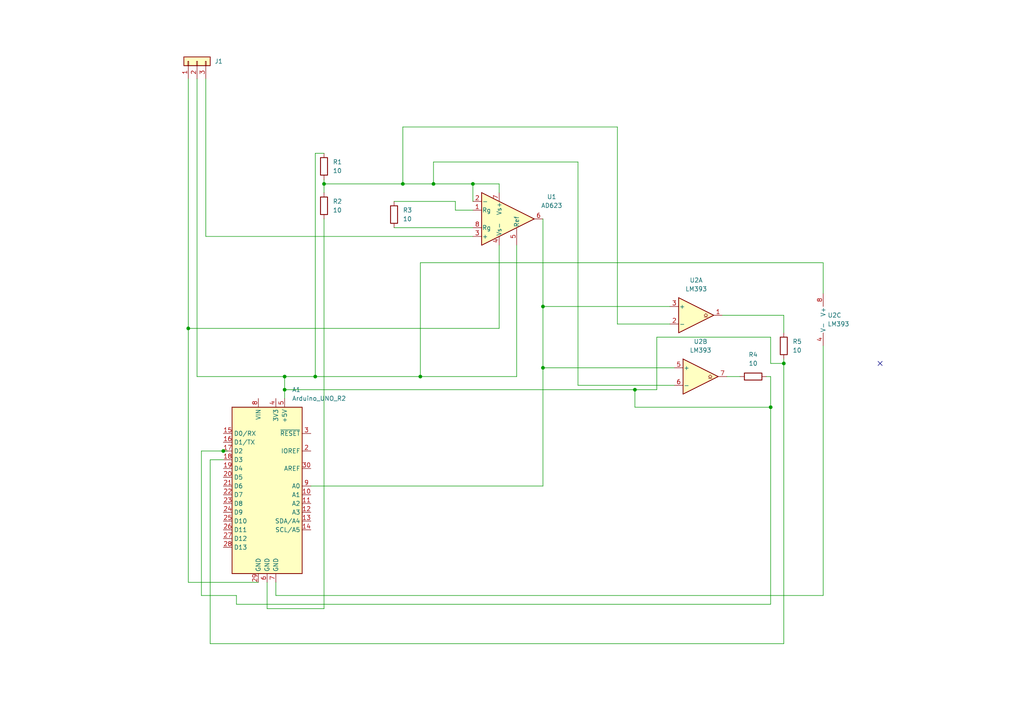
<source format=kicad_sch>
(kicad_sch
	(version 20250114)
	(generator "eeschema")
	(generator_version "9.0")
	(uuid "7fb6416d-951d-496c-831c-6b9a85a8677e")
	(paper "A4")
	(lib_symbols
		(symbol "Amplifier_Instrumentation:AD623"
			(pin_names
				(offset 0.127)
			)
			(exclude_from_sim no)
			(in_bom yes)
			(on_board yes)
			(property "Reference" "U"
				(at 3.81 7.62 0)
				(effects
					(font
						(size 1.27 1.27)
					)
				)
			)
			(property "Value" "AD623"
				(at 5.08 5.08 0)
				(effects
					(font
						(size 1.27 1.27)
					)
				)
			)
			(property "Footprint" ""
				(at 0 0 0)
				(effects
					(font
						(size 1.27 1.27)
					)
					(hide yes)
				)
			)
			(property "Datasheet" "https://www.analog.com/media/en/technical-documentation/data-sheets/AD623.pdf"
				(at 0 0 0)
				(effects
					(font
						(size 1.27 1.27)
					)
					(hide yes)
				)
			)
			(property "Description" "Single Rail-to-Rail, Low Cost Instrumentation Amplifier, DIP-8/SOIC-8/MSOP-8"
				(at 0 0 0)
				(effects
					(font
						(size 1.27 1.27)
					)
					(hide yes)
				)
			)
			(property "ki_keywords" "single instumentation amplifier"
				(at 0 0 0)
				(effects
					(font
						(size 1.27 1.27)
					)
					(hide yes)
				)
			)
			(property "ki_fp_filters" "SOIC*P1.27mm* DIP*W7.62mm*"
				(at 0 0 0)
				(effects
					(font
						(size 1.27 1.27)
					)
					(hide yes)
				)
			)
			(symbol "AD623_0_1"
				(polyline
					(pts
						(xy -7.62 7.62) (xy -7.62 -7.62) (xy 7.62 0) (xy -7.62 7.62)
					)
					(stroke
						(width 0.254)
						(type default)
					)
					(fill
						(type background)
					)
				)
			)
			(symbol "AD623_1_1"
				(pin input line
					(at -10.16 5.08 0)
					(length 2.54)
					(name "-"
						(effects
							(font
								(size 1.27 1.27)
							)
						)
					)
					(number "2"
						(effects
							(font
								(size 1.27 1.27)
							)
						)
					)
				)
				(pin passive line
					(at -10.16 2.54 0)
					(length 2.54)
					(name "Rg"
						(effects
							(font
								(size 1.27 1.27)
							)
						)
					)
					(number "1"
						(effects
							(font
								(size 1.27 1.27)
							)
						)
					)
				)
				(pin passive line
					(at -10.16 -2.54 0)
					(length 2.54)
					(name "Rg"
						(effects
							(font
								(size 1.27 1.27)
							)
						)
					)
					(number "8"
						(effects
							(font
								(size 1.27 1.27)
							)
						)
					)
				)
				(pin input line
					(at -10.16 -5.08 0)
					(length 2.54)
					(name "+"
						(effects
							(font
								(size 1.27 1.27)
							)
						)
					)
					(number "3"
						(effects
							(font
								(size 1.27 1.27)
							)
						)
					)
				)
				(pin power_in line
					(at -2.54 7.62 270)
					(length 2.54)
					(name "Vs+"
						(effects
							(font
								(size 1.27 1.27)
							)
						)
					)
					(number "7"
						(effects
							(font
								(size 1.27 1.27)
							)
						)
					)
				)
				(pin power_in line
					(at -2.54 -7.62 90)
					(length 2.54)
					(name "Vs-"
						(effects
							(font
								(size 1.27 1.27)
							)
						)
					)
					(number "4"
						(effects
							(font
								(size 1.27 1.27)
							)
						)
					)
				)
				(pin passive line
					(at 2.54 -7.62 90)
					(length 5.08)
					(name "Ref"
						(effects
							(font
								(size 1.27 1.27)
							)
						)
					)
					(number "5"
						(effects
							(font
								(size 1.27 1.27)
							)
						)
					)
				)
				(pin output line
					(at 10.16 0 180)
					(length 2.54)
					(name "~"
						(effects
							(font
								(size 1.27 1.27)
							)
						)
					)
					(number "6"
						(effects
							(font
								(size 1.27 1.27)
							)
						)
					)
				)
			)
			(embedded_fonts no)
		)
		(symbol "Comparator:LM393"
			(pin_names
				(offset 0.127)
			)
			(exclude_from_sim no)
			(in_bom yes)
			(on_board yes)
			(property "Reference" "U"
				(at 3.81 3.81 0)
				(effects
					(font
						(size 1.27 1.27)
					)
				)
			)
			(property "Value" "LM393"
				(at 6.35 -3.81 0)
				(effects
					(font
						(size 1.27 1.27)
					)
				)
			)
			(property "Footprint" ""
				(at 0 0 0)
				(effects
					(font
						(size 1.27 1.27)
					)
					(hide yes)
				)
			)
			(property "Datasheet" "http://www.ti.com/lit/ds/symlink/lm393.pdf"
				(at 0 0 0)
				(effects
					(font
						(size 1.27 1.27)
					)
					(hide yes)
				)
			)
			(property "Description" "Low-Power, Low-Offset Voltage, Dual Comparators, DIP-8/SOIC-8/TO-99-8"
				(at 0 0 0)
				(effects
					(font
						(size 1.27 1.27)
					)
					(hide yes)
				)
			)
			(property "ki_locked" ""
				(at 0 0 0)
				(effects
					(font
						(size 1.27 1.27)
					)
				)
			)
			(property "ki_keywords" "cmp open collector"
				(at 0 0 0)
				(effects
					(font
						(size 1.27 1.27)
					)
					(hide yes)
				)
			)
			(property "ki_fp_filters" "SOIC*3.9x4.9mm*P1.27mm* DIP*W7.62mm* SOP*5.28x5.23mm*P1.27mm* VSSOP*3x3mm*P0.65mm* TSSOP*4.4x3mm*P0.65mm*"
				(at 0 0 0)
				(effects
					(font
						(size 1.27 1.27)
					)
					(hide yes)
				)
			)
			(symbol "LM393_1_1"
				(polyline
					(pts
						(xy -5.08 5.08) (xy 5.08 0) (xy -5.08 -5.08) (xy -5.08 5.08)
					)
					(stroke
						(width 0.254)
						(type default)
					)
					(fill
						(type background)
					)
				)
				(polyline
					(pts
						(xy 3.302 -0.508) (xy 2.794 -0.508) (xy 3.302 0) (xy 2.794 0.508) (xy 2.286 0) (xy 2.794 -0.508)
						(xy 2.286 -0.508)
					)
					(stroke
						(width 0.127)
						(type default)
					)
					(fill
						(type none)
					)
				)
				(pin input line
					(at -7.62 2.54 0)
					(length 2.54)
					(name "+"
						(effects
							(font
								(size 1.27 1.27)
							)
						)
					)
					(number "3"
						(effects
							(font
								(size 1.27 1.27)
							)
						)
					)
				)
				(pin input line
					(at -7.62 -2.54 0)
					(length 2.54)
					(name "-"
						(effects
							(font
								(size 1.27 1.27)
							)
						)
					)
					(number "2"
						(effects
							(font
								(size 1.27 1.27)
							)
						)
					)
				)
				(pin open_collector line
					(at 7.62 0 180)
					(length 2.54)
					(name "~"
						(effects
							(font
								(size 1.27 1.27)
							)
						)
					)
					(number "1"
						(effects
							(font
								(size 1.27 1.27)
							)
						)
					)
				)
			)
			(symbol "LM393_2_1"
				(polyline
					(pts
						(xy -5.08 5.08) (xy 5.08 0) (xy -5.08 -5.08) (xy -5.08 5.08)
					)
					(stroke
						(width 0.254)
						(type default)
					)
					(fill
						(type background)
					)
				)
				(polyline
					(pts
						(xy 3.302 -0.508) (xy 2.794 -0.508) (xy 3.302 0) (xy 2.794 0.508) (xy 2.286 0) (xy 2.794 -0.508)
						(xy 2.286 -0.508)
					)
					(stroke
						(width 0.127)
						(type default)
					)
					(fill
						(type none)
					)
				)
				(pin input line
					(at -7.62 2.54 0)
					(length 2.54)
					(name "+"
						(effects
							(font
								(size 1.27 1.27)
							)
						)
					)
					(number "5"
						(effects
							(font
								(size 1.27 1.27)
							)
						)
					)
				)
				(pin input line
					(at -7.62 -2.54 0)
					(length 2.54)
					(name "-"
						(effects
							(font
								(size 1.27 1.27)
							)
						)
					)
					(number "6"
						(effects
							(font
								(size 1.27 1.27)
							)
						)
					)
				)
				(pin open_collector line
					(at 7.62 0 180)
					(length 2.54)
					(name "~"
						(effects
							(font
								(size 1.27 1.27)
							)
						)
					)
					(number "7"
						(effects
							(font
								(size 1.27 1.27)
							)
						)
					)
				)
			)
			(symbol "LM393_3_1"
				(pin power_in line
					(at -2.54 7.62 270)
					(length 3.81)
					(name "V+"
						(effects
							(font
								(size 1.27 1.27)
							)
						)
					)
					(number "8"
						(effects
							(font
								(size 1.27 1.27)
							)
						)
					)
				)
				(pin power_in line
					(at -2.54 -7.62 90)
					(length 3.81)
					(name "V-"
						(effects
							(font
								(size 1.27 1.27)
							)
						)
					)
					(number "4"
						(effects
							(font
								(size 1.27 1.27)
							)
						)
					)
				)
			)
			(embedded_fonts no)
		)
		(symbol "Connector_Generic:Conn_01x03"
			(pin_names
				(offset 1.016)
				(hide yes)
			)
			(exclude_from_sim no)
			(in_bom yes)
			(on_board yes)
			(property "Reference" "J"
				(at 0 5.08 0)
				(effects
					(font
						(size 1.27 1.27)
					)
				)
			)
			(property "Value" "Conn_01x03"
				(at 0 -5.08 0)
				(effects
					(font
						(size 1.27 1.27)
					)
				)
			)
			(property "Footprint" ""
				(at 0 0 0)
				(effects
					(font
						(size 1.27 1.27)
					)
					(hide yes)
				)
			)
			(property "Datasheet" "~"
				(at 0 0 0)
				(effects
					(font
						(size 1.27 1.27)
					)
					(hide yes)
				)
			)
			(property "Description" "Generic connector, single row, 01x03, script generated (kicad-library-utils/schlib/autogen/connector/)"
				(at 0 0 0)
				(effects
					(font
						(size 1.27 1.27)
					)
					(hide yes)
				)
			)
			(property "ki_keywords" "connector"
				(at 0 0 0)
				(effects
					(font
						(size 1.27 1.27)
					)
					(hide yes)
				)
			)
			(property "ki_fp_filters" "Connector*:*_1x??_*"
				(at 0 0 0)
				(effects
					(font
						(size 1.27 1.27)
					)
					(hide yes)
				)
			)
			(symbol "Conn_01x03_1_1"
				(rectangle
					(start -1.27 3.81)
					(end 1.27 -3.81)
					(stroke
						(width 0.254)
						(type default)
					)
					(fill
						(type background)
					)
				)
				(rectangle
					(start -1.27 2.667)
					(end 0 2.413)
					(stroke
						(width 0.1524)
						(type default)
					)
					(fill
						(type none)
					)
				)
				(rectangle
					(start -1.27 0.127)
					(end 0 -0.127)
					(stroke
						(width 0.1524)
						(type default)
					)
					(fill
						(type none)
					)
				)
				(rectangle
					(start -1.27 -2.413)
					(end 0 -2.667)
					(stroke
						(width 0.1524)
						(type default)
					)
					(fill
						(type none)
					)
				)
				(pin passive line
					(at -5.08 2.54 0)
					(length 3.81)
					(name "Pin_1"
						(effects
							(font
								(size 1.27 1.27)
							)
						)
					)
					(number "1"
						(effects
							(font
								(size 1.27 1.27)
							)
						)
					)
				)
				(pin passive line
					(at -5.08 0 0)
					(length 3.81)
					(name "Pin_2"
						(effects
							(font
								(size 1.27 1.27)
							)
						)
					)
					(number "2"
						(effects
							(font
								(size 1.27 1.27)
							)
						)
					)
				)
				(pin passive line
					(at -5.08 -2.54 0)
					(length 3.81)
					(name "Pin_3"
						(effects
							(font
								(size 1.27 1.27)
							)
						)
					)
					(number "3"
						(effects
							(font
								(size 1.27 1.27)
							)
						)
					)
				)
			)
			(embedded_fonts no)
		)
		(symbol "Device:R"
			(pin_numbers
				(hide yes)
			)
			(pin_names
				(offset 0)
			)
			(exclude_from_sim no)
			(in_bom yes)
			(on_board yes)
			(property "Reference" "R"
				(at 2.032 0 90)
				(effects
					(font
						(size 1.27 1.27)
					)
				)
			)
			(property "Value" "R"
				(at 0 0 90)
				(effects
					(font
						(size 1.27 1.27)
					)
				)
			)
			(property "Footprint" ""
				(at -1.778 0 90)
				(effects
					(font
						(size 1.27 1.27)
					)
					(hide yes)
				)
			)
			(property "Datasheet" "~"
				(at 0 0 0)
				(effects
					(font
						(size 1.27 1.27)
					)
					(hide yes)
				)
			)
			(property "Description" "Resistor"
				(at 0 0 0)
				(effects
					(font
						(size 1.27 1.27)
					)
					(hide yes)
				)
			)
			(property "ki_keywords" "R res resistor"
				(at 0 0 0)
				(effects
					(font
						(size 1.27 1.27)
					)
					(hide yes)
				)
			)
			(property "ki_fp_filters" "R_*"
				(at 0 0 0)
				(effects
					(font
						(size 1.27 1.27)
					)
					(hide yes)
				)
			)
			(symbol "R_0_1"
				(rectangle
					(start -1.016 -2.54)
					(end 1.016 2.54)
					(stroke
						(width 0.254)
						(type default)
					)
					(fill
						(type none)
					)
				)
			)
			(symbol "R_1_1"
				(pin passive line
					(at 0 3.81 270)
					(length 1.27)
					(name "~"
						(effects
							(font
								(size 1.27 1.27)
							)
						)
					)
					(number "1"
						(effects
							(font
								(size 1.27 1.27)
							)
						)
					)
				)
				(pin passive line
					(at 0 -3.81 90)
					(length 1.27)
					(name "~"
						(effects
							(font
								(size 1.27 1.27)
							)
						)
					)
					(number "2"
						(effects
							(font
								(size 1.27 1.27)
							)
						)
					)
				)
			)
			(embedded_fonts no)
		)
		(symbol "MCU_Module:Arduino_UNO_R2"
			(exclude_from_sim no)
			(in_bom yes)
			(on_board yes)
			(property "Reference" "A"
				(at -10.16 23.495 0)
				(effects
					(font
						(size 1.27 1.27)
					)
					(justify left bottom)
				)
			)
			(property "Value" "Arduino_UNO_R2"
				(at 5.08 -26.67 0)
				(effects
					(font
						(size 1.27 1.27)
					)
					(justify left top)
				)
			)
			(property "Footprint" "Module:Arduino_UNO_R2"
				(at 0 0 0)
				(effects
					(font
						(size 1.27 1.27)
						(italic yes)
					)
					(hide yes)
				)
			)
			(property "Datasheet" "https://www.arduino.cc/en/Main/arduinoBoardUno"
				(at 0 0 0)
				(effects
					(font
						(size 1.27 1.27)
					)
					(hide yes)
				)
			)
			(property "Description" "Arduino UNO Microcontroller Module, release 2"
				(at 0 0 0)
				(effects
					(font
						(size 1.27 1.27)
					)
					(hide yes)
				)
			)
			(property "ki_keywords" "Arduino UNO R3 Microcontroller Module Atmel AVR USB"
				(at 0 0 0)
				(effects
					(font
						(size 1.27 1.27)
					)
					(hide yes)
				)
			)
			(property "ki_fp_filters" "Arduino*UNO*R2*"
				(at 0 0 0)
				(effects
					(font
						(size 1.27 1.27)
					)
					(hide yes)
				)
			)
			(symbol "Arduino_UNO_R2_0_1"
				(rectangle
					(start -10.16 22.86)
					(end 10.16 -25.4)
					(stroke
						(width 0.254)
						(type default)
					)
					(fill
						(type background)
					)
				)
			)
			(symbol "Arduino_UNO_R2_1_1"
				(pin bidirectional line
					(at -12.7 15.24 0)
					(length 2.54)
					(name "D0/RX"
						(effects
							(font
								(size 1.27 1.27)
							)
						)
					)
					(number "15"
						(effects
							(font
								(size 1.27 1.27)
							)
						)
					)
				)
				(pin bidirectional line
					(at -12.7 12.7 0)
					(length 2.54)
					(name "D1/TX"
						(effects
							(font
								(size 1.27 1.27)
							)
						)
					)
					(number "16"
						(effects
							(font
								(size 1.27 1.27)
							)
						)
					)
				)
				(pin bidirectional line
					(at -12.7 10.16 0)
					(length 2.54)
					(name "D2"
						(effects
							(font
								(size 1.27 1.27)
							)
						)
					)
					(number "17"
						(effects
							(font
								(size 1.27 1.27)
							)
						)
					)
				)
				(pin bidirectional line
					(at -12.7 7.62 0)
					(length 2.54)
					(name "D3"
						(effects
							(font
								(size 1.27 1.27)
							)
						)
					)
					(number "18"
						(effects
							(font
								(size 1.27 1.27)
							)
						)
					)
				)
				(pin bidirectional line
					(at -12.7 5.08 0)
					(length 2.54)
					(name "D4"
						(effects
							(font
								(size 1.27 1.27)
							)
						)
					)
					(number "19"
						(effects
							(font
								(size 1.27 1.27)
							)
						)
					)
				)
				(pin bidirectional line
					(at -12.7 2.54 0)
					(length 2.54)
					(name "D5"
						(effects
							(font
								(size 1.27 1.27)
							)
						)
					)
					(number "20"
						(effects
							(font
								(size 1.27 1.27)
							)
						)
					)
				)
				(pin bidirectional line
					(at -12.7 0 0)
					(length 2.54)
					(name "D6"
						(effects
							(font
								(size 1.27 1.27)
							)
						)
					)
					(number "21"
						(effects
							(font
								(size 1.27 1.27)
							)
						)
					)
				)
				(pin bidirectional line
					(at -12.7 -2.54 0)
					(length 2.54)
					(name "D7"
						(effects
							(font
								(size 1.27 1.27)
							)
						)
					)
					(number "22"
						(effects
							(font
								(size 1.27 1.27)
							)
						)
					)
				)
				(pin bidirectional line
					(at -12.7 -5.08 0)
					(length 2.54)
					(name "D8"
						(effects
							(font
								(size 1.27 1.27)
							)
						)
					)
					(number "23"
						(effects
							(font
								(size 1.27 1.27)
							)
						)
					)
				)
				(pin bidirectional line
					(at -12.7 -7.62 0)
					(length 2.54)
					(name "D9"
						(effects
							(font
								(size 1.27 1.27)
							)
						)
					)
					(number "24"
						(effects
							(font
								(size 1.27 1.27)
							)
						)
					)
				)
				(pin bidirectional line
					(at -12.7 -10.16 0)
					(length 2.54)
					(name "D10"
						(effects
							(font
								(size 1.27 1.27)
							)
						)
					)
					(number "25"
						(effects
							(font
								(size 1.27 1.27)
							)
						)
					)
				)
				(pin bidirectional line
					(at -12.7 -12.7 0)
					(length 2.54)
					(name "D11"
						(effects
							(font
								(size 1.27 1.27)
							)
						)
					)
					(number "26"
						(effects
							(font
								(size 1.27 1.27)
							)
						)
					)
				)
				(pin bidirectional line
					(at -12.7 -15.24 0)
					(length 2.54)
					(name "D12"
						(effects
							(font
								(size 1.27 1.27)
							)
						)
					)
					(number "27"
						(effects
							(font
								(size 1.27 1.27)
							)
						)
					)
				)
				(pin bidirectional line
					(at -12.7 -17.78 0)
					(length 2.54)
					(name "D13"
						(effects
							(font
								(size 1.27 1.27)
							)
						)
					)
					(number "28"
						(effects
							(font
								(size 1.27 1.27)
							)
						)
					)
				)
				(pin no_connect line
					(at -10.16 -20.32 0)
					(length 2.54)
					(hide yes)
					(name "NC"
						(effects
							(font
								(size 1.27 1.27)
							)
						)
					)
					(number "1"
						(effects
							(font
								(size 1.27 1.27)
							)
						)
					)
				)
				(pin power_in line
					(at -2.54 25.4 270)
					(length 2.54)
					(name "VIN"
						(effects
							(font
								(size 1.27 1.27)
							)
						)
					)
					(number "8"
						(effects
							(font
								(size 1.27 1.27)
							)
						)
					)
				)
				(pin power_in line
					(at -2.54 -27.94 90)
					(length 2.54)
					(name "GND"
						(effects
							(font
								(size 1.27 1.27)
							)
						)
					)
					(number "29"
						(effects
							(font
								(size 1.27 1.27)
							)
						)
					)
				)
				(pin power_in line
					(at 0 -27.94 90)
					(length 2.54)
					(name "GND"
						(effects
							(font
								(size 1.27 1.27)
							)
						)
					)
					(number "6"
						(effects
							(font
								(size 1.27 1.27)
							)
						)
					)
				)
				(pin power_out line
					(at 2.54 25.4 270)
					(length 2.54)
					(name "3V3"
						(effects
							(font
								(size 1.27 1.27)
							)
						)
					)
					(number "4"
						(effects
							(font
								(size 1.27 1.27)
							)
						)
					)
				)
				(pin power_in line
					(at 2.54 -27.94 90)
					(length 2.54)
					(name "GND"
						(effects
							(font
								(size 1.27 1.27)
							)
						)
					)
					(number "7"
						(effects
							(font
								(size 1.27 1.27)
							)
						)
					)
				)
				(pin power_out line
					(at 5.08 25.4 270)
					(length 2.54)
					(name "+5V"
						(effects
							(font
								(size 1.27 1.27)
							)
						)
					)
					(number "5"
						(effects
							(font
								(size 1.27 1.27)
							)
						)
					)
				)
				(pin input line
					(at 12.7 15.24 180)
					(length 2.54)
					(name "~{RESET}"
						(effects
							(font
								(size 1.27 1.27)
							)
						)
					)
					(number "3"
						(effects
							(font
								(size 1.27 1.27)
							)
						)
					)
				)
				(pin output line
					(at 12.7 10.16 180)
					(length 2.54)
					(name "IOREF"
						(effects
							(font
								(size 1.27 1.27)
							)
						)
					)
					(number "2"
						(effects
							(font
								(size 1.27 1.27)
							)
						)
					)
				)
				(pin input line
					(at 12.7 5.08 180)
					(length 2.54)
					(name "AREF"
						(effects
							(font
								(size 1.27 1.27)
							)
						)
					)
					(number "30"
						(effects
							(font
								(size 1.27 1.27)
							)
						)
					)
				)
				(pin bidirectional line
					(at 12.7 0 180)
					(length 2.54)
					(name "A0"
						(effects
							(font
								(size 1.27 1.27)
							)
						)
					)
					(number "9"
						(effects
							(font
								(size 1.27 1.27)
							)
						)
					)
				)
				(pin bidirectional line
					(at 12.7 -2.54 180)
					(length 2.54)
					(name "A1"
						(effects
							(font
								(size 1.27 1.27)
							)
						)
					)
					(number "10"
						(effects
							(font
								(size 1.27 1.27)
							)
						)
					)
				)
				(pin bidirectional line
					(at 12.7 -5.08 180)
					(length 2.54)
					(name "A2"
						(effects
							(font
								(size 1.27 1.27)
							)
						)
					)
					(number "11"
						(effects
							(font
								(size 1.27 1.27)
							)
						)
					)
				)
				(pin bidirectional line
					(at 12.7 -7.62 180)
					(length 2.54)
					(name "A3"
						(effects
							(font
								(size 1.27 1.27)
							)
						)
					)
					(number "12"
						(effects
							(font
								(size 1.27 1.27)
							)
						)
					)
				)
				(pin bidirectional line
					(at 12.7 -10.16 180)
					(length 2.54)
					(name "SDA/A4"
						(effects
							(font
								(size 1.27 1.27)
							)
						)
					)
					(number "13"
						(effects
							(font
								(size 1.27 1.27)
							)
						)
					)
				)
				(pin bidirectional line
					(at 12.7 -12.7 180)
					(length 2.54)
					(name "SCL/A5"
						(effects
							(font
								(size 1.27 1.27)
							)
						)
					)
					(number "14"
						(effects
							(font
								(size 1.27 1.27)
							)
						)
					)
				)
			)
			(embedded_fonts no)
		)
	)
	(junction
		(at 223.52 118.11)
		(diameter 0)
		(color 0 0 0 0)
		(uuid "0e3efbd6-a8ba-4436-a927-684bcd094e16")
	)
	(junction
		(at 137.16 53.34)
		(diameter 0)
		(color 0 0 0 0)
		(uuid "0f0332f0-d85f-44e4-b95b-d1bc18988220")
	)
	(junction
		(at 82.55 109.22)
		(diameter 0)
		(color 0 0 0 0)
		(uuid "3adac215-d3be-45ed-a191-6673f1490002")
	)
	(junction
		(at 64.77 130.81)
		(diameter 0)
		(color 0 0 0 0)
		(uuid "55bb265a-0f09-4717-ac74-6124523abbd7")
	)
	(junction
		(at 227.33 105.41)
		(diameter 0)
		(color 0 0 0 0)
		(uuid "64ab6652-7c51-41bf-ab51-2ac09a31e5e6")
	)
	(junction
		(at 54.61 95.25)
		(diameter 0)
		(color 0 0 0 0)
		(uuid "77b9b204-58d3-44b5-8874-48107f463456")
	)
	(junction
		(at 116.84 53.34)
		(diameter 0)
		(color 0 0 0 0)
		(uuid "7e7af2bb-91f8-49bc-b141-81372a2d98fd")
	)
	(junction
		(at 91.44 109.22)
		(diameter 0)
		(color 0 0 0 0)
		(uuid "861e9ef6-f059-4197-ace4-45d28352f167")
	)
	(junction
		(at 121.92 109.22)
		(diameter 0)
		(color 0 0 0 0)
		(uuid "8862c946-62ce-43e0-a388-82307ac37249")
	)
	(junction
		(at 82.55 113.03)
		(diameter 0)
		(color 0 0 0 0)
		(uuid "8f33d318-5145-4a63-8c58-b0cc41f195ff")
	)
	(junction
		(at 157.48 88.9)
		(diameter 0)
		(color 0 0 0 0)
		(uuid "a96a4bf8-943a-4efe-9378-f108b21f633c")
	)
	(junction
		(at 125.73 53.34)
		(diameter 0)
		(color 0 0 0 0)
		(uuid "ae1b24da-5670-4447-b887-fb23f9ddc144")
	)
	(junction
		(at 157.48 106.68)
		(diameter 0)
		(color 0 0 0 0)
		(uuid "b19b2d6c-0b22-4d0d-9a0d-3f964e7b5707")
	)
	(junction
		(at 184.15 113.03)
		(diameter 0)
		(color 0 0 0 0)
		(uuid "eaac1c4e-43d0-4079-8184-19a5a7cb6b4f")
	)
	(junction
		(at 93.98 53.34)
		(diameter 0)
		(color 0 0 0 0)
		(uuid "fb1dd282-ab96-4ba0-bd18-b45524e72158")
	)
	(no_connect
		(at 255.27 105.41)
		(uuid "39ce79c7-ee29-4276-b5a5-cc28fa41e1b6")
	)
	(wire
		(pts
			(xy 60.96 133.35) (xy 60.96 186.69)
		)
		(stroke
			(width 0)
			(type default)
		)
		(uuid "0f7ea211-2a0f-4e89-9ea2-9e874b8c30d3")
	)
	(wire
		(pts
			(xy 54.61 95.25) (xy 54.61 168.91)
		)
		(stroke
			(width 0)
			(type default)
		)
		(uuid "115338de-f6ef-40a8-a549-1def0f53c69a")
	)
	(wire
		(pts
			(xy 223.52 105.41) (xy 227.33 105.41)
		)
		(stroke
			(width 0)
			(type default)
		)
		(uuid "12e25808-15c1-4056-88c1-5e18dbd579c1")
	)
	(wire
		(pts
			(xy 116.84 36.83) (xy 116.84 53.34)
		)
		(stroke
			(width 0)
			(type default)
		)
		(uuid "160e4910-7d41-4169-8288-b97146fb6c6f")
	)
	(wire
		(pts
			(xy 77.47 176.53) (xy 77.47 168.91)
		)
		(stroke
			(width 0)
			(type default)
		)
		(uuid "172453ab-a9ef-424a-83f4-cd9a7fe21733")
	)
	(wire
		(pts
			(xy 93.98 53.34) (xy 116.84 53.34)
		)
		(stroke
			(width 0)
			(type default)
		)
		(uuid "1bf35d29-9ac0-446c-b6d2-1e6d8f3af60e")
	)
	(wire
		(pts
			(xy 132.08 58.42) (xy 132.08 60.96)
		)
		(stroke
			(width 0)
			(type default)
		)
		(uuid "1d6a0efa-11b0-4624-9df0-b58e8f500388")
	)
	(wire
		(pts
			(xy 137.16 53.34) (xy 137.16 58.42)
		)
		(stroke
			(width 0)
			(type default)
		)
		(uuid "1eb1a0c6-ab51-422d-b857-9a6ea1e51f2c")
	)
	(wire
		(pts
			(xy 227.33 105.41) (xy 227.33 186.69)
		)
		(stroke
			(width 0)
			(type default)
		)
		(uuid "1fdd9658-dbe1-4d0a-8954-0b507ab0af47")
	)
	(wire
		(pts
			(xy 125.73 46.99) (xy 125.73 53.34)
		)
		(stroke
			(width 0)
			(type default)
		)
		(uuid "217399d7-9e5a-4ada-a02a-cbbf0c6fffcd")
	)
	(wire
		(pts
			(xy 91.44 44.45) (xy 91.44 109.22)
		)
		(stroke
			(width 0)
			(type default)
		)
		(uuid "2358807f-8f3a-44e3-91f8-a91fcc69fdfc")
	)
	(wire
		(pts
			(xy 59.69 22.86) (xy 59.69 68.58)
		)
		(stroke
			(width 0)
			(type default)
		)
		(uuid "2473335c-359e-40bf-b3e7-257d1222457e")
	)
	(wire
		(pts
			(xy 184.15 118.11) (xy 223.52 118.11)
		)
		(stroke
			(width 0)
			(type default)
		)
		(uuid "27e185f2-463e-4116-aeb1-0851b5bfd129")
	)
	(wire
		(pts
			(xy 149.86 71.12) (xy 149.86 109.22)
		)
		(stroke
			(width 0)
			(type default)
		)
		(uuid "312fca64-250a-4dd4-8b8a-aa289b8abef2")
	)
	(wire
		(pts
			(xy 222.25 109.22) (xy 223.52 109.22)
		)
		(stroke
			(width 0)
			(type default)
		)
		(uuid "33962848-e9b6-4563-9eb7-f9e1399413ac")
	)
	(wire
		(pts
			(xy 157.48 63.5) (xy 157.48 88.9)
		)
		(stroke
			(width 0)
			(type default)
		)
		(uuid "35ae3651-fabe-470a-bf51-d0d2644b9dcf")
	)
	(wire
		(pts
			(xy 179.07 93.98) (xy 194.31 93.98)
		)
		(stroke
			(width 0)
			(type default)
		)
		(uuid "3a5a2e90-dba9-43ee-9030-12f676ae0dee")
	)
	(wire
		(pts
			(xy 121.92 76.2) (xy 121.92 109.22)
		)
		(stroke
			(width 0)
			(type default)
		)
		(uuid "3fe0941c-2414-42d8-a390-5d82dc66249c")
	)
	(wire
		(pts
			(xy 223.52 118.11) (xy 223.52 109.22)
		)
		(stroke
			(width 0)
			(type default)
		)
		(uuid "41950272-302e-42a1-b32b-ee221d6f669f")
	)
	(wire
		(pts
			(xy 157.48 106.68) (xy 157.48 140.97)
		)
		(stroke
			(width 0)
			(type default)
		)
		(uuid "4cfc5ef4-9212-4899-8d5a-d4be78f45114")
	)
	(wire
		(pts
			(xy 82.55 109.22) (xy 82.55 113.03)
		)
		(stroke
			(width 0)
			(type default)
		)
		(uuid "4db72026-e36a-448d-8153-03daa9f5c6d5")
	)
	(wire
		(pts
			(xy 80.01 172.72) (xy 238.76 172.72)
		)
		(stroke
			(width 0)
			(type default)
		)
		(uuid "55449b92-e46c-4db8-86af-e8d0eda04329")
	)
	(wire
		(pts
			(xy 60.96 186.69) (xy 227.33 186.69)
		)
		(stroke
			(width 0)
			(type default)
		)
		(uuid "5689d015-cca9-44d2-911c-e1f274947a0c")
	)
	(wire
		(pts
			(xy 195.58 106.68) (xy 157.48 106.68)
		)
		(stroke
			(width 0)
			(type default)
		)
		(uuid "56d821d2-bc9f-4c66-baec-2037be4b74b1")
	)
	(wire
		(pts
			(xy 57.15 109.22) (xy 82.55 109.22)
		)
		(stroke
			(width 0)
			(type default)
		)
		(uuid "584c1764-085e-49f3-a434-98e97cdf2011")
	)
	(wire
		(pts
			(xy 157.48 88.9) (xy 157.48 106.68)
		)
		(stroke
			(width 0)
			(type default)
		)
		(uuid "592b9f85-05cb-4d9f-91f3-d8dc5b8b274b")
	)
	(wire
		(pts
			(xy 223.52 118.11) (xy 223.52 175.26)
		)
		(stroke
			(width 0)
			(type default)
		)
		(uuid "5b5b3a2b-6d2f-4e5a-a34e-c0cbd21c2394")
	)
	(wire
		(pts
			(xy 167.64 46.99) (xy 125.73 46.99)
		)
		(stroke
			(width 0)
			(type default)
		)
		(uuid "5fb0b2bd-f3b2-4306-bad6-7a2479b5313f")
	)
	(wire
		(pts
			(xy 227.33 105.41) (xy 227.33 104.14)
		)
		(stroke
			(width 0)
			(type default)
		)
		(uuid "5fca26b6-30f2-4813-a63a-9fa4c1a085d5")
	)
	(wire
		(pts
			(xy 91.44 109.22) (xy 121.92 109.22)
		)
		(stroke
			(width 0)
			(type default)
		)
		(uuid "5fccf185-8a50-491b-bf2a-f1b55380c224")
	)
	(wire
		(pts
			(xy 190.5 113.03) (xy 190.5 97.79)
		)
		(stroke
			(width 0)
			(type default)
		)
		(uuid "61e0eb4a-50ab-449f-9917-0f67033f614e")
	)
	(wire
		(pts
			(xy 116.84 53.34) (xy 125.73 53.34)
		)
		(stroke
			(width 0)
			(type default)
		)
		(uuid "69e66b10-62db-4528-8af9-2ee2b059c4d1")
	)
	(wire
		(pts
			(xy 64.77 130.81) (xy 66.04 130.81)
		)
		(stroke
			(width 0)
			(type default)
		)
		(uuid "7221c48c-5b23-457b-96cd-0bad4ccc0803")
	)
	(wire
		(pts
			(xy 179.07 36.83) (xy 116.84 36.83)
		)
		(stroke
			(width 0)
			(type default)
		)
		(uuid "73861c54-58a8-4fd0-afab-f9ee578e17f1")
	)
	(wire
		(pts
			(xy 114.3 58.42) (xy 132.08 58.42)
		)
		(stroke
			(width 0)
			(type default)
		)
		(uuid "7863a4cb-e820-422f-ab4c-01a539280993")
	)
	(wire
		(pts
			(xy 144.78 95.25) (xy 54.61 95.25)
		)
		(stroke
			(width 0)
			(type default)
		)
		(uuid "7af066ee-2bcc-441c-83b2-5427b0147f71")
	)
	(wire
		(pts
			(xy 58.42 130.81) (xy 64.77 130.81)
		)
		(stroke
			(width 0)
			(type default)
		)
		(uuid "7b3c7dcd-058c-49a8-aac1-cfc9d053d260")
	)
	(wire
		(pts
			(xy 121.92 109.22) (xy 149.86 109.22)
		)
		(stroke
			(width 0)
			(type default)
		)
		(uuid "7c6eacb7-a921-427a-bb3d-5c6cef7cd894")
	)
	(wire
		(pts
			(xy 209.55 91.44) (xy 227.33 91.44)
		)
		(stroke
			(width 0)
			(type default)
		)
		(uuid "7d6053f4-3788-4eff-a74e-b745301da48a")
	)
	(wire
		(pts
			(xy 58.42 172.72) (xy 68.58 172.72)
		)
		(stroke
			(width 0)
			(type default)
		)
		(uuid "81c7a321-18aa-4a92-8018-c108318e3d44")
	)
	(wire
		(pts
			(xy 157.48 140.97) (xy 90.17 140.97)
		)
		(stroke
			(width 0)
			(type default)
		)
		(uuid "840a8d20-1705-4a6e-9e8f-5524f77d43a9")
	)
	(wire
		(pts
			(xy 93.98 53.34) (xy 93.98 55.88)
		)
		(stroke
			(width 0)
			(type default)
		)
		(uuid "915919d3-fffe-4c9c-af87-cf2131c430e2")
	)
	(wire
		(pts
			(xy 195.58 111.76) (xy 167.64 111.76)
		)
		(stroke
			(width 0)
			(type default)
		)
		(uuid "985f558e-df75-4c3a-9de1-a04baf342260")
	)
	(wire
		(pts
			(xy 238.76 100.33) (xy 238.76 172.72)
		)
		(stroke
			(width 0)
			(type default)
		)
		(uuid "992a3dc2-4b8f-422f-83d5-512f7de876f5")
	)
	(wire
		(pts
			(xy 125.73 53.34) (xy 137.16 53.34)
		)
		(stroke
			(width 0)
			(type default)
		)
		(uuid "9c9f2931-71ed-4f0c-b968-ee3f442f66bb")
	)
	(wire
		(pts
			(xy 121.92 76.2) (xy 238.76 76.2)
		)
		(stroke
			(width 0)
			(type default)
		)
		(uuid "9f534023-5682-4a64-8489-023de0ff3c45")
	)
	(wire
		(pts
			(xy 167.64 111.76) (xy 167.64 46.99)
		)
		(stroke
			(width 0)
			(type default)
		)
		(uuid "9fbb4796-7665-406d-bdda-b73718d66d8d")
	)
	(wire
		(pts
			(xy 93.98 52.07) (xy 93.98 53.34)
		)
		(stroke
			(width 0)
			(type default)
		)
		(uuid "a0176406-c97a-492f-9972-81aa31a4b057")
	)
	(wire
		(pts
			(xy 137.16 53.34) (xy 144.78 53.34)
		)
		(stroke
			(width 0)
			(type default)
		)
		(uuid "a03e909a-c062-4253-9d9d-0348cb9f70af")
	)
	(wire
		(pts
			(xy 93.98 63.5) (xy 93.98 176.53)
		)
		(stroke
			(width 0)
			(type default)
		)
		(uuid "a13de535-cd93-46a7-93f9-77e6110bc2ae")
	)
	(wire
		(pts
			(xy 82.55 113.03) (xy 82.55 115.57)
		)
		(stroke
			(width 0)
			(type default)
		)
		(uuid "a666c2e3-1add-4859-923b-ef1a21389ec7")
	)
	(wire
		(pts
			(xy 59.69 68.58) (xy 137.16 68.58)
		)
		(stroke
			(width 0)
			(type default)
		)
		(uuid "a976651f-ebfe-4638-a348-5c81d0c85c87")
	)
	(wire
		(pts
			(xy 68.58 175.26) (xy 223.52 175.26)
		)
		(stroke
			(width 0)
			(type default)
		)
		(uuid "ab0f9a75-b6ea-4151-80ec-22b0b16ceae9")
	)
	(wire
		(pts
			(xy 223.52 97.79) (xy 223.52 105.41)
		)
		(stroke
			(width 0)
			(type default)
		)
		(uuid "b1a76ee9-e4bd-40ce-abc0-2ec01c74d863")
	)
	(wire
		(pts
			(xy 210.82 109.22) (xy 214.63 109.22)
		)
		(stroke
			(width 0)
			(type default)
		)
		(uuid "b1bf3e87-2075-48bc-9828-8d33c8d1da88")
	)
	(wire
		(pts
			(xy 82.55 113.03) (xy 184.15 113.03)
		)
		(stroke
			(width 0)
			(type default)
		)
		(uuid "b266ec28-84c8-48f3-a211-38be28e58f90")
	)
	(wire
		(pts
			(xy 80.01 172.72) (xy 80.01 168.91)
		)
		(stroke
			(width 0)
			(type default)
		)
		(uuid "b80c2ddf-a60e-4138-9a59-b46b63400918")
	)
	(wire
		(pts
			(xy 132.08 60.96) (xy 137.16 60.96)
		)
		(stroke
			(width 0)
			(type default)
		)
		(uuid "bdf2b3ec-680e-4391-b200-7573d7d9166d")
	)
	(wire
		(pts
			(xy 179.07 93.98) (xy 179.07 36.83)
		)
		(stroke
			(width 0)
			(type default)
		)
		(uuid "caf1dbb2-10f8-419d-98e1-1ffd70c0e4a6")
	)
	(wire
		(pts
			(xy 184.15 113.03) (xy 184.15 118.11)
		)
		(stroke
			(width 0)
			(type default)
		)
		(uuid "d0a86ad4-3104-46d3-bd28-017df81785ed")
	)
	(wire
		(pts
			(xy 82.55 109.22) (xy 91.44 109.22)
		)
		(stroke
			(width 0)
			(type default)
		)
		(uuid "d56833a9-3e5c-4294-aa2a-ddd4a18365e8")
	)
	(wire
		(pts
			(xy 144.78 55.88) (xy 144.78 53.34)
		)
		(stroke
			(width 0)
			(type default)
		)
		(uuid "d581a57b-77d4-4db8-8af5-e1f8672984f7")
	)
	(wire
		(pts
			(xy 114.3 66.04) (xy 137.16 66.04)
		)
		(stroke
			(width 0)
			(type default)
		)
		(uuid "d7c29721-597c-456a-b892-bd7b40cf7f9c")
	)
	(wire
		(pts
			(xy 54.61 22.86) (xy 54.61 95.25)
		)
		(stroke
			(width 0)
			(type default)
		)
		(uuid "dc35d8f5-ec66-4c7a-a68d-8c2cd6c7e48b")
	)
	(wire
		(pts
			(xy 144.78 71.12) (xy 144.78 95.25)
		)
		(stroke
			(width 0)
			(type default)
		)
		(uuid "de353da5-34b3-4eda-9037-4cb1e99c6c4f")
	)
	(wire
		(pts
			(xy 190.5 97.79) (xy 223.52 97.79)
		)
		(stroke
			(width 0)
			(type default)
		)
		(uuid "e6b53dc9-7191-48d2-ae97-9ec444b0a620")
	)
	(wire
		(pts
			(xy 64.77 133.35) (xy 60.96 133.35)
		)
		(stroke
			(width 0)
			(type default)
		)
		(uuid "e878c010-2835-4761-9474-934396426901")
	)
	(wire
		(pts
			(xy 194.31 88.9) (xy 157.48 88.9)
		)
		(stroke
			(width 0)
			(type default)
		)
		(uuid "ea0e19d7-85e2-48d1-98de-bcf84ee68579")
	)
	(wire
		(pts
			(xy 68.58 172.72) (xy 68.58 175.26)
		)
		(stroke
			(width 0)
			(type default)
		)
		(uuid "ef4dc4c6-eac8-4d5f-b893-4377bfaf20ee")
	)
	(wire
		(pts
			(xy 184.15 113.03) (xy 190.5 113.03)
		)
		(stroke
			(width 0)
			(type default)
		)
		(uuid "efbe1966-7ad0-4592-8c6d-2daa4be844e1")
	)
	(wire
		(pts
			(xy 54.61 168.91) (xy 74.93 168.91)
		)
		(stroke
			(width 0)
			(type default)
		)
		(uuid "f5ce9092-f61e-49d6-943e-de2a6f2dcea3")
	)
	(wire
		(pts
			(xy 238.76 76.2) (xy 238.76 85.09)
		)
		(stroke
			(width 0)
			(type default)
		)
		(uuid "fa0c6df7-69d1-453a-936e-13de562efe66")
	)
	(wire
		(pts
			(xy 93.98 44.45) (xy 91.44 44.45)
		)
		(stroke
			(width 0)
			(type default)
		)
		(uuid "fae636b0-f52d-45f3-ae75-265e48435b2b")
	)
	(wire
		(pts
			(xy 58.42 172.72) (xy 58.42 130.81)
		)
		(stroke
			(width 0)
			(type default)
		)
		(uuid "fb700d7d-57d6-4f46-9788-8d9872705d76")
	)
	(wire
		(pts
			(xy 57.15 22.86) (xy 57.15 109.22)
		)
		(stroke
			(width 0)
			(type default)
		)
		(uuid "fc650661-7aa6-4a76-8252-4ae328651eed")
	)
	(wire
		(pts
			(xy 93.98 176.53) (xy 77.47 176.53)
		)
		(stroke
			(width 0)
			(type default)
		)
		(uuid "fdf9e65b-075d-40fb-be1d-938334d26e05")
	)
	(wire
		(pts
			(xy 227.33 96.52) (xy 227.33 91.44)
		)
		(stroke
			(width 0)
			(type default)
		)
		(uuid "ff497878-bdd9-4bbb-8d6b-c857f0fbba22")
	)
	(symbol
		(lib_id "Comparator:LM393")
		(at 203.2 109.22 0)
		(unit 2)
		(exclude_from_sim no)
		(in_bom yes)
		(on_board yes)
		(dnp no)
		(fields_autoplaced yes)
		(uuid "02fe6194-abd7-448a-b1ca-d9c95c90f1f4")
		(property "Reference" "U2"
			(at 203.2 99.06 0)
			(effects
				(font
					(size 1.27 1.27)
				)
			)
		)
		(property "Value" "LM393"
			(at 203.2 101.6 0)
			(effects
				(font
					(size 1.27 1.27)
				)
			)
		)
		(property "Footprint" ""
			(at 203.2 109.22 0)
			(effects
				(font
					(size 1.27 1.27)
				)
				(hide yes)
			)
		)
		(property "Datasheet" "http://www.ti.com/lit/ds/symlink/lm393.pdf"
			(at 203.2 109.22 0)
			(effects
				(font
					(size 1.27 1.27)
				)
				(hide yes)
			)
		)
		(property "Description" "Low-Power, Low-Offset Voltage, Dual Comparators, DIP-8/SOIC-8/TO-99-8"
			(at 203.2 109.22 0)
			(effects
				(font
					(size 1.27 1.27)
				)
				(hide yes)
			)
		)
		(pin "4"
			(uuid "21548d35-0fbe-4c89-9eab-490ac6400577")
		)
		(pin "7"
			(uuid "52e1f52c-849c-48b1-bf82-7c31f79edea3")
		)
		(pin "8"
			(uuid "71a11c3f-6f88-44ab-931c-1369e67d909c")
		)
		(pin "3"
			(uuid "b2b5e866-56b2-46c8-88d6-ae5c1cd0ba83")
		)
		(pin "1"
			(uuid "4f870331-1b4e-4ebb-a103-a993e6b6f942")
		)
		(pin "5"
			(uuid "9dccb59d-a8fe-4665-999f-b631a55e77dc")
		)
		(pin "6"
			(uuid "1c798a43-c6e4-4abf-96dd-0e7f0fc1da73")
		)
		(pin "2"
			(uuid "6f40acb7-5699-403c-8865-23c25fe887ed")
		)
		(instances
			(project ""
				(path "/7fb6416d-951d-496c-831c-6b9a85a8677e"
					(reference "U2")
					(unit 2)
				)
			)
		)
	)
	(symbol
		(lib_id "Device:R")
		(at 114.3 62.23 0)
		(unit 1)
		(exclude_from_sim no)
		(in_bom yes)
		(on_board yes)
		(dnp no)
		(fields_autoplaced yes)
		(uuid "195ca946-d28c-4f7e-84dd-22e4910ff4a5")
		(property "Reference" "R3"
			(at 116.84 60.9599 0)
			(effects
				(font
					(size 1.27 1.27)
				)
				(justify left)
			)
		)
		(property "Value" "10"
			(at 116.84 63.4999 0)
			(effects
				(font
					(size 1.27 1.27)
				)
				(justify left)
			)
		)
		(property "Footprint" ""
			(at 112.522 62.23 90)
			(effects
				(font
					(size 1.27 1.27)
				)
				(hide yes)
			)
		)
		(property "Datasheet" "~"
			(at 114.3 62.23 0)
			(effects
				(font
					(size 1.27 1.27)
				)
				(hide yes)
			)
		)
		(property "Description" "Resistor"
			(at 114.3 62.23 0)
			(effects
				(font
					(size 1.27 1.27)
				)
				(hide yes)
			)
		)
		(pin "1"
			(uuid "739579b9-bb6a-4c8b-8df8-e003cf8cbaf6")
		)
		(pin "2"
			(uuid "3f42b96d-fa5d-4873-930b-fb786b54239f")
		)
		(instances
			(project ""
				(path "/7fb6416d-951d-496c-831c-6b9a85a8677e"
					(reference "R3")
					(unit 1)
				)
			)
		)
	)
	(symbol
		(lib_id "Comparator:LM393")
		(at 201.93 91.44 0)
		(unit 1)
		(exclude_from_sim no)
		(in_bom yes)
		(on_board yes)
		(dnp no)
		(fields_autoplaced yes)
		(uuid "1d2db03d-e404-44fe-8d28-c0ae77c90f1a")
		(property "Reference" "U2"
			(at 201.93 81.28 0)
			(effects
				(font
					(size 1.27 1.27)
				)
			)
		)
		(property "Value" "LM393"
			(at 201.93 83.82 0)
			(effects
				(font
					(size 1.27 1.27)
				)
			)
		)
		(property "Footprint" ""
			(at 201.93 91.44 0)
			(effects
				(font
					(size 1.27 1.27)
				)
				(hide yes)
			)
		)
		(property "Datasheet" "http://www.ti.com/lit/ds/symlink/lm393.pdf"
			(at 201.93 91.44 0)
			(effects
				(font
					(size 1.27 1.27)
				)
				(hide yes)
			)
		)
		(property "Description" "Low-Power, Low-Offset Voltage, Dual Comparators, DIP-8/SOIC-8/TO-99-8"
			(at 201.93 91.44 0)
			(effects
				(font
					(size 1.27 1.27)
				)
				(hide yes)
			)
		)
		(pin "2"
			(uuid "98106603-0422-4d65-b41a-2563e017877a")
		)
		(pin "3"
			(uuid "2197f1f0-bc9b-4b9c-b825-894bba7eb71f")
		)
		(pin "1"
			(uuid "570025fb-f244-47bc-a6bc-977af9885bb8")
		)
		(pin "5"
			(uuid "fe82de6d-ca58-4f58-a364-19356b09345b")
		)
		(pin "7"
			(uuid "67c2e8e6-47bd-4932-a239-671414ca50c0")
		)
		(pin "6"
			(uuid "efdbc2ad-0dfb-44a8-85c3-8cba0bc9701e")
		)
		(pin "8"
			(uuid "448a928c-36ae-429d-933c-2b58cda45fe6")
		)
		(pin "4"
			(uuid "1920c6dd-0ddf-457c-a767-99d46270b125")
		)
		(instances
			(project ""
				(path "/7fb6416d-951d-496c-831c-6b9a85a8677e"
					(reference "U2")
					(unit 1)
				)
			)
		)
	)
	(symbol
		(lib_id "Amplifier_Instrumentation:AD623")
		(at 147.32 63.5 0)
		(unit 1)
		(exclude_from_sim no)
		(in_bom yes)
		(on_board yes)
		(dnp no)
		(fields_autoplaced yes)
		(uuid "2456b787-0b33-4cfb-b72e-52c20c4f6b0a")
		(property "Reference" "U1"
			(at 160.02 57.0798 0)
			(effects
				(font
					(size 1.27 1.27)
				)
			)
		)
		(property "Value" "AD623"
			(at 160.02 59.6198 0)
			(effects
				(font
					(size 1.27 1.27)
				)
			)
		)
		(property "Footprint" ""
			(at 147.32 63.5 0)
			(effects
				(font
					(size 1.27 1.27)
				)
				(hide yes)
			)
		)
		(property "Datasheet" "https://www.analog.com/media/en/technical-documentation/data-sheets/AD623.pdf"
			(at 147.32 63.5 0)
			(effects
				(font
					(size 1.27 1.27)
				)
				(hide yes)
			)
		)
		(property "Description" "Single Rail-to-Rail, Low Cost Instrumentation Amplifier, DIP-8/SOIC-8/MSOP-8"
			(at 147.32 63.5 0)
			(effects
				(font
					(size 1.27 1.27)
				)
				(hide yes)
			)
		)
		(pin "4"
			(uuid "5910585a-5c91-4a84-b3ea-4921eccc086a")
		)
		(pin "5"
			(uuid "3f17a5f5-a60d-4b9c-99ad-62b890a49d7c")
		)
		(pin "6"
			(uuid "6683d6d3-f460-45a6-bf06-19d14e2758c1")
		)
		(pin "2"
			(uuid "ea056b64-b066-4747-bcd7-17a6e85255e7")
		)
		(pin "7"
			(uuid "3c369405-de9a-4875-9dfd-e4bb11524eda")
		)
		(pin "1"
			(uuid "81a0b3dd-93e2-47f9-a797-900db32956bd")
		)
		(pin "3"
			(uuid "4c24cc2e-996d-4987-8966-1d2e73364819")
		)
		(pin "8"
			(uuid "f1726f9d-6981-4cd8-8508-340c4cd55f34")
		)
		(instances
			(project ""
				(path "/7fb6416d-951d-496c-831c-6b9a85a8677e"
					(reference "U1")
					(unit 1)
				)
			)
		)
	)
	(symbol
		(lib_id "MCU_Module:Arduino_UNO_R2")
		(at 77.47 140.97 0)
		(unit 1)
		(exclude_from_sim no)
		(in_bom yes)
		(on_board yes)
		(dnp no)
		(fields_autoplaced yes)
		(uuid "254fe2aa-5bf1-4531-a703-6d29c5cb68c1")
		(property "Reference" "A1"
			(at 84.6933 113.03 0)
			(effects
				(font
					(size 1.27 1.27)
				)
				(justify left)
			)
		)
		(property "Value" "Arduino_UNO_R2"
			(at 84.6933 115.57 0)
			(effects
				(font
					(size 1.27 1.27)
				)
				(justify left)
			)
		)
		(property "Footprint" "Module:Arduino_UNO_R2"
			(at 77.47 140.97 0)
			(effects
				(font
					(size 1.27 1.27)
					(italic yes)
				)
				(hide yes)
			)
		)
		(property "Datasheet" "https://www.arduino.cc/en/Main/arduinoBoardUno"
			(at 77.47 140.97 0)
			(effects
				(font
					(size 1.27 1.27)
				)
				(hide yes)
			)
		)
		(property "Description" "Arduino UNO Microcontroller Module, release 2"
			(at 77.47 140.97 0)
			(effects
				(font
					(size 1.27 1.27)
				)
				(hide yes)
			)
		)
		(pin "11"
			(uuid "ec1a42ad-af42-4ee9-b7cf-cda19a373ebe")
		)
		(pin "3"
			(uuid "64b164db-29da-4085-97f0-3dd4e580f9d6")
		)
		(pin "12"
			(uuid "a583c219-4575-4eb6-8668-8ad7a628be69")
		)
		(pin "2"
			(uuid "c82e17c6-3ec4-47d2-a06e-52b4a2782242")
		)
		(pin "9"
			(uuid "9598c456-3b6c-477e-b211-80f1f192ffd7")
		)
		(pin "10"
			(uuid "cef07805-a7aa-4804-977b-d85187a42814")
		)
		(pin "14"
			(uuid "f9bf09c2-65bc-47ff-8352-3dfa89a45e71")
		)
		(pin "30"
			(uuid "ded53458-c3cd-4a0e-b0a4-99cc6de2c322")
		)
		(pin "13"
			(uuid "c2566a73-6ecb-4d4a-8ff8-6feb82046299")
		)
		(pin "17"
			(uuid "0c9adb5c-9f18-4589-9a30-738574d1d41c")
		)
		(pin "22"
			(uuid "33b0765b-d664-429f-8a5f-b59a214e0590")
		)
		(pin "1"
			(uuid "69ec79ed-3f8e-44d9-b853-e600fe220a51")
		)
		(pin "4"
			(uuid "50d8769c-4b6b-4f34-a17a-5fd204f56d4f")
		)
		(pin "7"
			(uuid "af9a9ffc-a3d3-42be-842a-51e9f61a56b5")
		)
		(pin "5"
			(uuid "1ff127f8-74a2-4878-81ac-eb7dca6bfb81")
		)
		(pin "20"
			(uuid "3e5e9fc7-0443-451d-910a-d1f026cef874")
		)
		(pin "15"
			(uuid "edcbb763-b5e4-472b-b4e9-75fbaeb839c7")
		)
		(pin "23"
			(uuid "3813c6a2-570e-45c0-b76d-849a209762b6")
		)
		(pin "18"
			(uuid "f829c46c-1ef7-4253-b288-4e7bf84f35b4")
		)
		(pin "21"
			(uuid "f376dc80-d792-4572-8425-01483497fa5c")
		)
		(pin "19"
			(uuid "4e1bc724-5122-4953-bda1-533393870992")
		)
		(pin "24"
			(uuid "3a00a7de-6c75-489f-9de1-569fb6612837")
		)
		(pin "16"
			(uuid "4610db19-8a25-4ad6-989e-bd20f2b315d7")
		)
		(pin "25"
			(uuid "471527b6-7f6d-48db-ac7b-edace6597e44")
		)
		(pin "26"
			(uuid "8939e202-4b8e-4e3b-b073-273f9aef9b22")
		)
		(pin "27"
			(uuid "c47bb364-d7c2-4afe-bcbc-93beec4a24ca")
		)
		(pin "28"
			(uuid "44200dff-1f58-46df-b04a-1e0798df95dc")
		)
		(pin "8"
			(uuid "7c7141c5-6c52-4ca3-b4af-ceb297662667")
		)
		(pin "29"
			(uuid "740a908a-9443-4412-8cd4-c4bd622729d9")
		)
		(pin "6"
			(uuid "95069e87-5725-48d5-8c33-5cb721a79f55")
		)
		(instances
			(project ""
				(path "/7fb6416d-951d-496c-831c-6b9a85a8677e"
					(reference "A1")
					(unit 1)
				)
			)
		)
	)
	(symbol
		(lib_id "Device:R")
		(at 218.44 109.22 270)
		(unit 1)
		(exclude_from_sim no)
		(in_bom yes)
		(on_board yes)
		(dnp no)
		(fields_autoplaced yes)
		(uuid "4352e380-4884-4c35-835b-fbbabef40c06")
		(property "Reference" "R4"
			(at 218.44 102.87 90)
			(effects
				(font
					(size 1.27 1.27)
				)
			)
		)
		(property "Value" "10"
			(at 218.44 105.41 90)
			(effects
				(font
					(size 1.27 1.27)
				)
			)
		)
		(property "Footprint" ""
			(at 218.44 107.442 90)
			(effects
				(font
					(size 1.27 1.27)
				)
				(hide yes)
			)
		)
		(property "Datasheet" "~"
			(at 218.44 109.22 0)
			(effects
				(font
					(size 1.27 1.27)
				)
				(hide yes)
			)
		)
		(property "Description" "Resistor"
			(at 218.44 109.22 0)
			(effects
				(font
					(size 1.27 1.27)
				)
				(hide yes)
			)
		)
		(pin "1"
			(uuid "b699865e-d32c-4fc4-9835-6e30a7fda188")
		)
		(pin "2"
			(uuid "67dfbbbd-d85e-41a9-8dff-d1dbf77f2e0e")
		)
		(instances
			(project ""
				(path "/7fb6416d-951d-496c-831c-6b9a85a8677e"
					(reference "R4")
					(unit 1)
				)
			)
		)
	)
	(symbol
		(lib_id "Comparator:LM393")
		(at 241.3 92.71 0)
		(unit 3)
		(exclude_from_sim no)
		(in_bom yes)
		(on_board yes)
		(dnp no)
		(fields_autoplaced yes)
		(uuid "5ea60d47-3004-4a21-b5e7-0d9b102fbae3")
		(property "Reference" "U2"
			(at 240.03 91.4399 0)
			(effects
				(font
					(size 1.27 1.27)
				)
				(justify left)
			)
		)
		(property "Value" "LM393"
			(at 240.03 93.9799 0)
			(effects
				(font
					(size 1.27 1.27)
				)
				(justify left)
			)
		)
		(property "Footprint" ""
			(at 241.3 92.71 0)
			(effects
				(font
					(size 1.27 1.27)
				)
				(hide yes)
			)
		)
		(property "Datasheet" "http://www.ti.com/lit/ds/symlink/lm393.pdf"
			(at 241.3 92.71 0)
			(effects
				(font
					(size 1.27 1.27)
				)
				(hide yes)
			)
		)
		(property "Description" "Low-Power, Low-Offset Voltage, Dual Comparators, DIP-8/SOIC-8/TO-99-8"
			(at 241.3 92.71 0)
			(effects
				(font
					(size 1.27 1.27)
				)
				(hide yes)
			)
		)
		(pin "4"
			(uuid "21548d35-0fbe-4c89-9eab-490ac6400577")
		)
		(pin "7"
			(uuid "52e1f52c-849c-48b1-bf82-7c31f79edea3")
		)
		(pin "8"
			(uuid "71a11c3f-6f88-44ab-931c-1369e67d909c")
		)
		(pin "3"
			(uuid "b2b5e866-56b2-46c8-88d6-ae5c1cd0ba83")
		)
		(pin "1"
			(uuid "4f870331-1b4e-4ebb-a103-a993e6b6f942")
		)
		(pin "5"
			(uuid "9dccb59d-a8fe-4665-999f-b631a55e77dc")
		)
		(pin "6"
			(uuid "1c798a43-c6e4-4abf-96dd-0e7f0fc1da73")
		)
		(pin "2"
			(uuid "6f40acb7-5699-403c-8865-23c25fe887ed")
		)
		(instances
			(project ""
				(path "/7fb6416d-951d-496c-831c-6b9a85a8677e"
					(reference "U2")
					(unit 3)
				)
			)
		)
	)
	(symbol
		(lib_id "Device:R")
		(at 93.98 59.69 0)
		(unit 1)
		(exclude_from_sim no)
		(in_bom yes)
		(on_board yes)
		(dnp no)
		(fields_autoplaced yes)
		(uuid "65c3c361-55ac-45e3-94d0-f1dfdf4e9f59")
		(property "Reference" "R2"
			(at 96.52 58.4199 0)
			(effects
				(font
					(size 1.27 1.27)
				)
				(justify left)
			)
		)
		(property "Value" "10"
			(at 96.52 60.9599 0)
			(effects
				(font
					(size 1.27 1.27)
				)
				(justify left)
			)
		)
		(property "Footprint" ""
			(at 92.202 59.69 90)
			(effects
				(font
					(size 1.27 1.27)
				)
				(hide yes)
			)
		)
		(property "Datasheet" "~"
			(at 93.98 59.69 0)
			(effects
				(font
					(size 1.27 1.27)
				)
				(hide yes)
			)
		)
		(property "Description" "Resistor"
			(at 93.98 59.69 0)
			(effects
				(font
					(size 1.27 1.27)
				)
				(hide yes)
			)
		)
		(property "Field5" ""
			(at 93.98 59.69 0)
			(effects
				(font
					(size 1.27 1.27)
				)
				(hide yes)
			)
		)
		(pin "2"
			(uuid "08ce9d9c-97ba-476e-854c-2c577fd4fcf4")
		)
		(pin "1"
			(uuid "69efb060-9490-4efe-b2c2-a7f671e5ef0e")
		)
		(instances
			(project ""
				(path "/7fb6416d-951d-496c-831c-6b9a85a8677e"
					(reference "R2")
					(unit 1)
				)
			)
		)
	)
	(symbol
		(lib_id "Device:R")
		(at 227.33 100.33 0)
		(unit 1)
		(exclude_from_sim no)
		(in_bom yes)
		(on_board yes)
		(dnp no)
		(fields_autoplaced yes)
		(uuid "8072fa62-579e-4c17-871d-e872fea2ab18")
		(property "Reference" "R5"
			(at 229.87 99.0599 0)
			(effects
				(font
					(size 1.27 1.27)
				)
				(justify left)
			)
		)
		(property "Value" "10"
			(at 229.87 101.5999 0)
			(effects
				(font
					(size 1.27 1.27)
				)
				(justify left)
			)
		)
		(property "Footprint" ""
			(at 225.552 100.33 90)
			(effects
				(font
					(size 1.27 1.27)
				)
				(hide yes)
			)
		)
		(property "Datasheet" "~"
			(at 227.33 100.33 0)
			(effects
				(font
					(size 1.27 1.27)
				)
				(hide yes)
			)
		)
		(property "Description" "Resistor"
			(at 227.33 100.33 0)
			(effects
				(font
					(size 1.27 1.27)
				)
				(hide yes)
			)
		)
		(pin "1"
			(uuid "7c00fb11-5265-474a-8b42-9836e4697ce7")
		)
		(pin "2"
			(uuid "8bcf3fcb-8a17-49d7-8e1b-8ce7ee9c360d")
		)
		(instances
			(project "hall_test"
				(path "/7fb6416d-951d-496c-831c-6b9a85a8677e"
					(reference "R5")
					(unit 1)
				)
			)
		)
	)
	(symbol
		(lib_id "Connector_Generic:Conn_01x03")
		(at 57.15 17.78 90)
		(unit 1)
		(exclude_from_sim no)
		(in_bom yes)
		(on_board yes)
		(dnp no)
		(fields_autoplaced yes)
		(uuid "80dba73b-2479-4095-b9bd-5c0cdda342bf")
		(property "Reference" "J1"
			(at 62.23 17.7799 90)
			(effects
				(font
					(size 1.27 1.27)
				)
				(justify right)
			)
		)
		(property "Value" "Conn_01x03"
			(at 58.4199 15.24 0)
			(effects
				(font
					(size 1.27 1.27)
				)
				(justify left)
				(hide yes)
			)
		)
		(property "Footprint" ""
			(at 57.15 17.78 0)
			(effects
				(font
					(size 1.27 1.27)
				)
				(hide yes)
			)
		)
		(property "Datasheet" "~"
			(at 57.15 17.78 0)
			(effects
				(font
					(size 1.27 1.27)
				)
				(hide yes)
			)
		)
		(property "Description" "Generic connector, single row, 01x03, script generated (kicad-library-utils/schlib/autogen/connector/)"
			(at 57.15 17.78 0)
			(effects
				(font
					(size 1.27 1.27)
				)
				(hide yes)
			)
		)
		(pin "2"
			(uuid "386d54e1-1de0-4e9f-bb31-a6d392fb9b20")
		)
		(pin "3"
			(uuid "10b6c993-f96d-4030-90d8-072974a4b5f4")
		)
		(pin "1"
			(uuid "107104be-c69b-4b0d-891f-d05cc419d465")
		)
		(instances
			(project ""
				(path "/7fb6416d-951d-496c-831c-6b9a85a8677e"
					(reference "J1")
					(unit 1)
				)
			)
		)
	)
	(symbol
		(lib_id "Device:R")
		(at 93.98 48.26 0)
		(unit 1)
		(exclude_from_sim no)
		(in_bom yes)
		(on_board yes)
		(dnp no)
		(uuid "8e734731-9df3-41c5-a7cb-1cddd6babe96")
		(property "Reference" "R1"
			(at 96.52 46.9899 0)
			(effects
				(font
					(size 1.27 1.27)
				)
				(justify left)
			)
		)
		(property "Value" "10"
			(at 96.52 49.5299 0)
			(effects
				(font
					(size 1.27 1.27)
				)
				(justify left)
			)
		)
		(property "Footprint" ""
			(at 92.202 48.26 90)
			(effects
				(font
					(size 1.27 1.27)
				)
				(hide yes)
			)
		)
		(property "Datasheet" "~"
			(at 93.98 48.26 0)
			(effects
				(font
					(size 1.27 1.27)
				)
				(hide yes)
			)
		)
		(property "Description" "Resistor"
			(at 93.98 48.26 0)
			(effects
				(font
					(size 1.27 1.27)
				)
				(hide yes)
			)
		)
		(pin "1"
			(uuid "74e73489-8161-4807-8eb0-8cc17cb27ebf")
		)
		(pin "2"
			(uuid "f6dc7110-852a-4c1f-add9-9774dd6e99ca")
		)
		(instances
			(project ""
				(path "/7fb6416d-951d-496c-831c-6b9a85a8677e"
					(reference "R1")
					(unit 1)
				)
			)
		)
	)
	(sheet_instances
		(path "/"
			(page "1")
		)
	)
	(embedded_fonts no)
)

</source>
